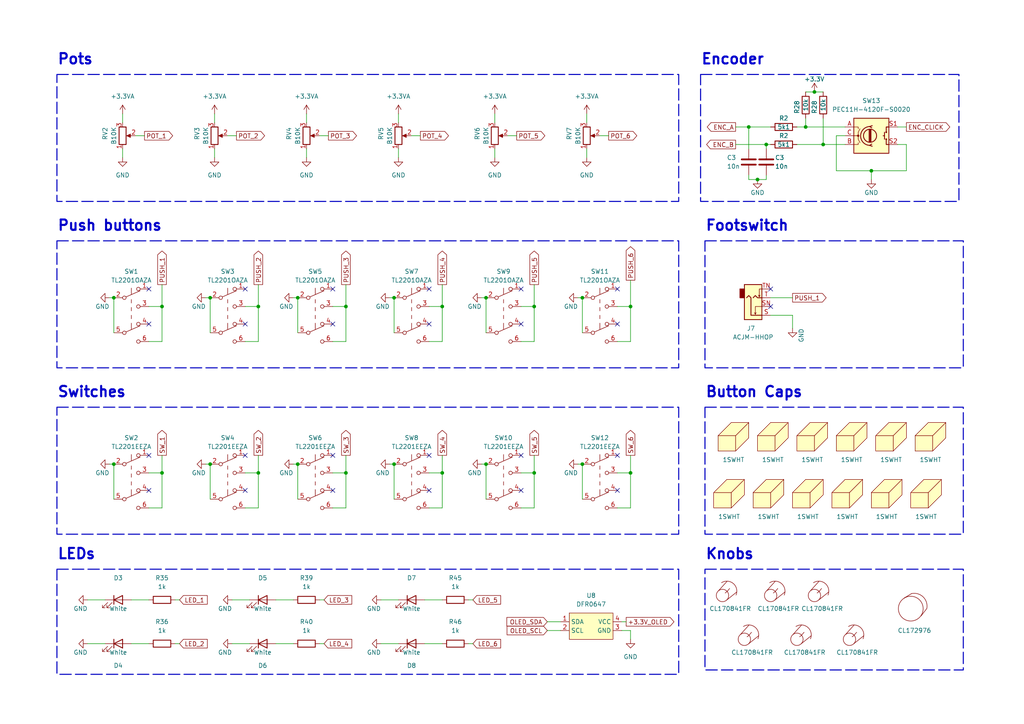
<source format=kicad_sch>
(kicad_sch (version 20230121) (generator eeschema)
  (paper "A4")
  (lib_symbols
    (symbol "DaisyBoard:1SWHT" (pin_numbers hide) (pin_names (offset 0) hide) (on_board no)
      (property "Value" "1SWHT" (at 3.81 -1.905 0))
    )
    (symbol "DaisyBoard:ACJM-HHOP"
      (property "Reference" "J" (at 0 11.43 0))
      (property "Value" "ACJM-HHOP" (at 0 8.89 0))
      (symbol "ACJM-HHOP_1_1"
        (pin passive line (at 5.08 5.08 180) (length 2.54) (name "~") (number "S"))
        (pin passive line (at 5.08 2.54 180) (length 2.54) (name "~") (number "SN"))
        (pin passive line (at 5.08 0 180) (length 2.54) (name "~") (number "T"))
        (pin passive line (at 5.08 -2.54 180) (length 2.54) (name "~") (number "TN"))
      )
    )
    (symbol "DaisyBoard:CC0603KRX7R8BB103" (pin_numbers hide) (pin_names (offset 0.254))
      (property "Reference" "C" (at 0.635 2.54 0))
      (property "Value" "10n" (at 0.635 -2.54 0))
      (symbol "CC0603KRX7R8BB103_1_1"
        (pin passive line (at 0 3.81 270) (length 2.794) (name "~") (number "1"))
        (pin passive line (at 0 -3.81 90) (length 2.794) (name "~") (number "2"))
      )
    )
    (symbol "DaisyBoard:CL170841FR" (pin_numbers hide) (pin_names (offset 0) hide) (on_board no)
      (property "Value" "CL170841FR" (at -5.08 -7.62 0))
    )
    (symbol "DaisyBoard:CL172976" (pin_numbers hide) (pin_names (offset 0) hide) (on_board no)
      (property "Value" "CL172976" (at -5.08 -7.62 0))
    )
    (symbol "DaisyBoard:DFR0647"
      (property "Reference" "U" (at 0 5.08 0))
      (property "Value" "DFR0647" (at 0 0 0))
      (symbol "DFR0647_0_0"
        (pin bidirectional line (at -8.89 1.27 0) (length 2.54) (name "SDA") (number "1"))
        (pin input line (at -8.89 -1.27 0) (length 2.54) (name "SCL") (number "2"))
        (pin power_in line (at 8.89 -1.27 180) (length 2.54) (name "GND") (number "3"))
        (pin power_in line (at 8.89 1.27 180) (length 2.54) (name "VCC") (number "4"))
      )
    )
    (symbol "DaisyBoard:PEC11H-4120F-S0020" (pin_names (offset 0.254) hide)
      (property "Reference" "SW" (at 0 6.604 0))
      (property "Value" "PEC11H-4120F-S0020" (at 0 -6.604 0))
      (symbol "PEC11H-4120F-S0020_1_1"
        (pin passive line (at -7.62 2.54 0) (length 2.54) (name "A") (number "A"))
        (pin passive line (at -7.62 -2.54 0) (length 2.54) (name "B") (number "B"))
        (pin passive line (at -7.62 0 0) (length 2.54) (name "C") (number "C"))
        (pin passive line (at 7.62 2.54 180) (length 2.54) (name "S1") (number "S1"))
        (pin passive line (at 7.62 -2.54 180) (length 2.54) (name "S2") (number "S2"))
      )
    )
    (symbol "DaisyBoard:PTV09A-4025F-B103" (pin_names (offset 1.016) hide)
      (property "Reference" "RV" (at -4.445 0 90))
      (property "Value" "B10K" (at -2.54 0 90))
      (symbol "PTV09A-4025F-B103_1_1"
        (pin passive line (at 0 3.81 270) (length 1.27) (name "1") (number "1"))
        (pin passive line (at 3.81 0 180) (length 1.27) (name "2") (number "2"))
        (pin passive line (at 0 -3.81 90) (length 1.27) (name "3") (number "3"))
      )
    )
    (symbol "DaisyBoard:QBL7IW60D-NW" (pin_numbers hide) (pin_names (offset 1.016) hide)
      (property "Reference" "D" (at 0 2.54 0))
      (property "Value" "White" (at 0 -2.54 0))
      (symbol "QBL7IW60D-NW_1_1"
        (pin passive line (at -3.81 0 0) (length 2.54) (name "K") (number "1"))
        (pin passive line (at 3.81 0 180) (length 2.54) (name "A") (number "2"))
      )
    )
    (symbol "DaisyBoard:RC0603FR-0710KL" (pin_numbers hide) (pin_names (offset 0))
      (property "Reference" "R" (at 2.032 0 90))
      (property "Value" "10k" (at 0 0 90))
      (symbol "RC0603FR-0710KL_1_1"
        (pin passive line (at 0 3.81 270) (length 1.27) (name "~") (number "1"))
        (pin passive line (at 0 -3.81 90) (length 1.27) (name "~") (number "2"))
      )
    )
    (symbol "DaisyBoard:RC0603FR-071KL" (pin_numbers hide) (pin_names (offset 0))
      (property "Reference" "R" (at 2.032 0 90))
      (property "Value" "1k" (at 0 0 90))
      (symbol "RC0603FR-071KL_1_1"
        (pin passive line (at 0 3.81 270) (length 1.27) (name "~") (number "1"))
        (pin passive line (at 0 -3.81 90) (length 1.27) (name "~") (number "2"))
      )
    )
    (symbol "DaisyBoard:RC0603FR-075K1L" (pin_numbers hide) (pin_names (offset 0))
      (property "Reference" "R" (at 2.032 0 90))
      (property "Value" "5k1" (at 0 0 90))
      (symbol "RC0603FR-075K1L_1_1"
        (pin passive line (at 0 3.81 270) (length 1.27) (name "~") (number "1"))
        (pin passive line (at 0 -3.81 90) (length 1.27) (name "~") (number "2"))
      )
    )
    (symbol "DaisyBoard:TL2201EEZA" (pin_names (offset 0) hide)
      (property "Reference" "SW" (at 0 8.89 0))
      (property "Value" "TL2201EEZA" (at 0 -10.16 0))
      (symbol "TL2201EEZA_1_1"
        (pin passive line (at 5.08 7.62 180) (length 2.54) (name "A") (number "1"))
        (pin passive line (at -5.08 5.08 0) (length 2.54) (name "B") (number "2"))
        (pin passive line (at 5.08 2.54 180) (length 2.54) (name "C") (number "3"))
        (pin passive line (at 5.08 -2.54 180) (length 2.54) (name "A") (number "4"))
        (pin passive line (at -5.08 -5.08 0) (length 2.54) (name "B") (number "5"))
        (pin passive line (at 5.08 -7.62 180) (length 2.54) (name "C") (number "6"))
      )
    )
    (symbol "DaisyBoard:TL2201OAZA" (pin_names (offset 0) hide)
      (property "Reference" "SW" (at 0 8.89 0))
      (property "Value" "TL2201OAZA" (at 0 -10.16 0))
      (symbol "TL2201OAZA_1_1"
        (pin passive line (at 5.08 7.62 180) (length 2.54) (name "A") (number "1"))
        (pin passive line (at -5.08 5.08 0) (length 2.54) (name "B") (number "2"))
        (pin passive line (at 5.08 2.54 180) (length 2.54) (name "C") (number "3"))
        (pin passive line (at 5.08 -2.54 180) (length 2.54) (name "A") (number "4"))
        (pin passive line (at -5.08 -5.08 0) (length 2.54) (name "B") (number "5"))
        (pin passive line (at 5.08 -7.62 180) (length 2.54) (name "C") (number "6"))
      )
    )
    (symbol "power:+3.3V" (power) (pin_names (offset 0))
      (property "Value" "+3.3V" (at 0 3.556 0))
      (symbol "+3.3V_1_1"
        (pin power_in line (at 0 0 90) (length 0) hide (name "+3.3V") (number "1"))
      )
    )
    (symbol "power:+3.3VA" (power) (pin_names (offset 0))
      (property "Value" "+3.3VA" (at 0 3.556 0))
      (symbol "+3.3VA_1_1"
        (pin power_in line (at 0 0 90) (length 0) hide (name "+3.3VA") (number "1"))
      )
    )
    (symbol "power:GND" (power) (pin_names (offset 0))
      (property "Value" "GND" (at 0 -3.81 0))
      (symbol "GND_1_1"
        (pin power_in line (at 0 0 270) (length 0) hide (name "GND") (number "1"))
      )
    )
  )
  (junction (at 86.36 134.62))
  (junction (at 236.22 26.67))
  (junction (at 217.17 36.83))
  (junction (at 74.93 88.9))
  (junction (at 60.96 134.62))
  (junction (at 252.73 49.53))
  (junction (at 168.91 134.62))
  (junction (at 222.25 41.91))
  (junction (at 114.3 134.62))
  (junction (at 168.91 86.36))
  (junction (at 46.99 88.9))
  (junction (at 74.93 137.16))
  (junction (at 154.94 88.9))
  (junction (at 46.99 137.16))
  (junction (at 233.68 36.83))
  (junction (at 140.97 86.36))
  (junction (at 219.71 52.07))
  (junction (at 128.27 137.16))
  (junction (at 100.33 88.9))
  (junction (at 33.02 86.36))
  (junction (at 114.3 86.36))
  (junction (at 128.27 88.9))
  (junction (at 100.33 137.16))
  (junction (at 86.36 86.36))
  (junction (at 60.96 86.36))
  (junction (at 154.94 137.16))
  (junction (at 182.88 88.9))
  (junction (at 182.88 137.16))
  (junction (at 238.76 41.91))
  (junction (at 140.97 134.62))
  (junction (at 33.02 134.62))
  (no_connect (at 43.18 132.08))
  (no_connect (at 96.52 93.98))
  (no_connect (at 151.13 83.82))
  (no_connect (at 179.07 132.08))
  (no_connect (at 124.46 142.24))
  (no_connect (at 151.13 132.08))
  (no_connect (at 223.52 88.9))
  (no_connect (at 96.52 83.82))
  (no_connect (at 124.46 93.98))
  (no_connect (at 71.12 83.82))
  (no_connect (at 96.52 132.08))
  (no_connect (at 43.18 142.24))
  (no_connect (at 223.52 83.82))
  (no_connect (at 96.52 142.24))
  (no_connect (at 71.12 132.08))
  (no_connect (at 124.46 83.82))
  (no_connect (at 124.46 132.08))
  (no_connect (at 151.13 142.24))
  (no_connect (at 71.12 142.24))
  (no_connect (at 43.18 93.98))
  (no_connect (at 179.07 93.98))
  (no_connect (at 151.13 93.98))
  (no_connect (at 179.07 83.82))
  (no_connect (at 179.07 142.24))
  (no_connect (at 43.18 83.82))
  (no_connect (at 71.12 93.98))
  (wire (pts (xy 223.52 86.36) (xy 229.87 86.36)))
  (wire (pts (xy 213.36 36.83) (xy 217.17 36.83)))
  (wire (pts (xy 154.94 82.55) (xy 154.94 88.9)))
  (wire (pts (xy 180.34 182.88) (xy 182.88 182.88)))
  (wire (pts (xy 25.4 186.69) (xy 30.48 186.69)))
  (wire (pts (xy 154.94 137.16) (xy 154.94 147.32)))
  (wire (pts (xy 182.88 132.08) (xy 182.88 137.16)))
  (wire (pts (xy 124.46 137.16) (xy 128.27 137.16)))
  (wire (pts (xy 233.68 34.29) (xy 233.68 36.83)))
  (wire (pts (xy 92.71 173.99) (xy 93.98 173.99)))
  (wire (pts (xy 74.93 82.55) (xy 74.93 88.9)))
  (wire (pts (xy 219.71 52.07) (xy 222.25 52.07)))
  (wire (pts (xy 50.8 186.69) (xy 52.07 186.69)))
  (wire (pts (xy 43.18 147.32) (xy 46.99 147.32)))
  (wire (pts (xy 128.27 88.9) (xy 128.27 99.06)))
  (wire (pts (xy 135.89 173.99) (xy 137.16 173.99)))
  (wire (pts (xy 80.01 173.99) (xy 85.09 173.99)))
  (wire (pts (xy 100.33 132.08) (xy 100.33 137.16)))
  (wire (pts (xy 154.94 88.9) (xy 154.94 99.06)))
  (wire (pts (xy 260.35 41.91) (xy 262.89 41.91)))
  (wire (pts (xy 46.99 82.55) (xy 46.99 88.9)))
  (wire (pts (xy 74.93 137.16) (xy 74.93 147.32)))
  (wire (pts (xy 67.31 173.99) (xy 72.39 173.99)))
  (wire (pts (xy 147.32 39.37) (xy 149.86 39.37)))
  (wire (pts (xy 80.01 186.69) (xy 85.09 186.69)))
  (wire (pts (xy 217.17 52.07) (xy 219.71 52.07)))
  (wire (pts (xy 128.27 132.08) (xy 128.27 137.16)))
  (wire (pts (xy 179.07 88.9) (xy 182.88 88.9)))
  (wire (pts (xy 115.57 33.02) (xy 115.57 35.56)))
  (wire (pts (xy 128.27 137.16) (xy 128.27 147.32)))
  (wire (pts (xy 71.12 88.9) (xy 74.93 88.9)))
  (wire (pts (xy 43.18 137.16) (xy 46.99 137.16)))
  (wire (pts (xy 223.52 91.44) (xy 229.87 91.44)))
  (wire (pts (xy 135.89 186.69) (xy 137.16 186.69)))
  (wire (pts (xy 229.87 91.44) (xy 229.87 95.25)))
  (wire (pts (xy 33.02 134.62) (xy 33.02 144.78)))
  (wire (pts (xy 213.36 41.91) (xy 222.25 41.91)))
  (wire (pts (xy 67.31 186.69) (xy 72.39 186.69)))
  (wire (pts (xy 143.51 33.02) (xy 143.51 35.56)))
  (wire (pts (xy 217.17 52.07) (xy 217.17 50.8)))
  (wire (pts (xy 180.34 180.34) (xy 181.61 180.34)))
  (wire (pts (xy 242.57 39.37) (xy 242.57 49.53)))
  (wire (pts (xy 113.03 134.62) (xy 114.3 134.62)))
  (wire (pts (xy 182.88 182.88) (xy 182.88 185.42)))
  (wire (pts (xy 100.33 99.06) (xy 100.33 88.9)))
  (wire (pts (xy 170.18 43.18) (xy 170.18 45.72)))
  (wire (pts (xy 43.18 88.9) (xy 46.99 88.9)))
  (wire (pts (xy 46.99 137.16) (xy 46.99 147.32)))
  (wire (pts (xy 242.57 49.53) (xy 252.73 49.53)))
  (wire (pts (xy 182.88 81.28) (xy 182.88 88.9)))
  (wire (pts (xy 154.94 132.08) (xy 154.94 137.16)))
  (wire (pts (xy 182.88 88.9) (xy 182.88 99.06)))
  (wire (pts (xy 88.9 43.18) (xy 88.9 45.72)))
  (wire (pts (xy 179.07 147.32) (xy 182.88 147.32)))
  (wire (pts (xy 60.96 134.62) (xy 60.96 144.78)))
  (wire (pts (xy 71.12 137.16) (xy 74.93 137.16)))
  (wire (pts (xy 124.46 99.06) (xy 128.27 99.06)))
  (wire (pts (xy 179.07 99.06) (xy 182.88 99.06)))
  (wire (pts (xy 222.25 41.91) (xy 223.52 41.91)))
  (wire (pts (xy 151.13 147.32) (xy 154.94 147.32)))
  (wire (pts (xy 217.17 36.83) (xy 223.52 36.83)))
  (wire (pts (xy 66.04 39.37) (xy 68.58 39.37)))
  (wire (pts (xy 139.7 134.62) (xy 140.97 134.62)))
  (wire (pts (xy 245.11 39.37) (xy 242.57 39.37)))
  (wire (pts (xy 92.71 186.69) (xy 93.98 186.69)))
  (wire (pts (xy 35.56 33.02) (xy 35.56 35.56)))
  (wire (pts (xy 74.93 88.9) (xy 74.93 99.06)))
  (wire (pts (xy 115.57 43.18) (xy 115.57 45.72)))
  (wire (pts (xy 162.56 180.34) (xy 158.75 180.34)))
  (wire (pts (xy 238.76 41.91) (xy 245.11 41.91)))
  (wire (pts (xy 233.68 26.67) (xy 236.22 26.67)))
  (wire (pts (xy 262.89 49.53) (xy 252.73 49.53)))
  (wire (pts (xy 62.23 43.18) (xy 62.23 45.72)))
  (wire (pts (xy 86.36 134.62) (xy 86.36 144.78)))
  (wire (pts (xy 71.12 147.32) (xy 74.93 147.32)))
  (wire (pts (xy 46.99 88.9) (xy 46.99 99.06)))
  (wire (pts (xy 85.09 86.36) (xy 86.36 86.36)))
  (wire (pts (xy 124.46 147.32) (xy 128.27 147.32)))
  (wire (pts (xy 96.52 137.16) (xy 100.33 137.16)))
  (wire (pts (xy 217.17 36.83) (xy 217.17 43.18)))
  (wire (pts (xy 168.91 134.62) (xy 168.91 144.78)))
  (wire (pts (xy 71.12 99.06) (xy 74.93 99.06)))
  (wire (pts (xy 123.19 173.99) (xy 128.27 173.99)))
  (wire (pts (xy 140.97 86.36) (xy 140.97 96.52)))
  (wire (pts (xy 151.13 137.16) (xy 154.94 137.16)))
  (wire (pts (xy 25.4 173.99) (xy 30.48 173.99)))
  (wire (pts (xy 60.96 86.36) (xy 60.96 96.52)))
  (wire (pts (xy 38.1 186.69) (xy 43.18 186.69)))
  (wire (pts (xy 252.73 52.07) (xy 252.73 49.53)))
  (wire (pts (xy 88.9 33.02) (xy 88.9 35.56)))
  (wire (pts (xy 173.99 39.37) (xy 176.53 39.37)))
  (wire (pts (xy 167.64 134.62) (xy 168.91 134.62)))
  (wire (pts (xy 96.52 88.9) (xy 100.33 88.9)))
  (wire (pts (xy 231.14 41.91) (xy 238.76 41.91)))
  (wire (pts (xy 151.13 88.9) (xy 154.94 88.9)))
  (wire (pts (xy 151.13 99.06) (xy 154.94 99.06)))
  (wire (pts (xy 100.33 137.16) (xy 100.33 147.32)))
  (wire (pts (xy 31.75 134.62) (xy 33.02 134.62)))
  (wire (pts (xy 114.3 134.62) (xy 114.3 144.78)))
  (wire (pts (xy 231.14 36.83) (xy 233.68 36.83)))
  (wire (pts (xy 260.35 36.83) (xy 262.89 36.83)))
  (wire (pts (xy 96.52 99.06) (xy 100.33 99.06)))
  (wire (pts (xy 31.75 86.36) (xy 33.02 86.36)))
  (wire (pts (xy 238.76 34.29) (xy 238.76 41.91)))
  (wire (pts (xy 110.49 186.69) (xy 115.57 186.69)))
  (wire (pts (xy 233.68 36.83) (xy 245.11 36.83)))
  (wire (pts (xy 85.09 134.62) (xy 86.36 134.62)))
  (wire (pts (xy 50.8 173.99) (xy 52.07 173.99)))
  (wire (pts (xy 167.64 86.36) (xy 168.91 86.36)))
  (wire (pts (xy 113.03 86.36) (xy 114.3 86.36)))
  (wire (pts (xy 119.38 39.37) (xy 121.92 39.37)))
  (wire (pts (xy 114.3 86.36) (xy 114.3 96.52)))
  (wire (pts (xy 222.25 52.07) (xy 222.25 50.8)))
  (wire (pts (xy 123.19 186.69) (xy 128.27 186.69)))
  (wire (pts (xy 59.69 134.62) (xy 60.96 134.62)))
  (wire (pts (xy 92.71 39.37) (xy 95.25 39.37)))
  (wire (pts (xy 168.91 86.36) (xy 168.91 96.52)))
  (wire (pts (xy 162.56 182.88) (xy 158.75 182.88)))
  (wire (pts (xy 62.23 33.02) (xy 62.23 35.56)))
  (wire (pts (xy 74.93 132.08) (xy 74.93 137.16)))
  (wire (pts (xy 43.18 99.06) (xy 46.99 99.06)))
  (wire (pts (xy 128.27 82.55) (xy 128.27 88.9)))
  (wire (pts (xy 96.52 147.32) (xy 100.33 147.32)))
  (wire (pts (xy 59.69 86.36) (xy 60.96 86.36)))
  (wire (pts (xy 110.49 173.99) (xy 115.57 173.99)))
  (wire (pts (xy 33.02 86.36) (xy 33.02 96.52)))
  (wire (pts (xy 236.22 26.67) (xy 238.76 26.67)))
  (wire (pts (xy 170.18 33.02) (xy 170.18 35.56)))
  (wire (pts (xy 143.51 43.18) (xy 143.51 45.72)))
  (wire (pts (xy 100.33 82.55) (xy 100.33 88.9)))
  (wire (pts (xy 124.46 88.9) (xy 128.27 88.9)))
  (wire (pts (xy 46.99 132.08) (xy 46.99 137.16)))
  (wire (pts (xy 86.36 86.36) (xy 86.36 96.52)))
  (wire (pts (xy 139.7 86.36) (xy 140.97 86.36)))
  (wire (pts (xy 38.1 173.99) (xy 43.18 173.99)))
  (wire (pts (xy 182.88 137.16) (xy 182.88 147.32)))
  (wire (pts (xy 35.56 43.18) (xy 35.56 45.72)))
  (wire (pts (xy 140.97 134.62) (xy 140.97 144.78)))
  (wire (pts (xy 179.07 137.16) (xy 182.88 137.16)))
  (wire (pts (xy 39.37 39.37) (xy 41.91 39.37)))
  (wire (pts (xy 262.89 41.91) (xy 262.89 49.53)))
  (wire (pts (xy 222.25 41.91) (xy 222.25 43.18)))
  (rectangle (start 203.2 21.59) (end 278.13 58.42) (stroke (width 0.3) (type dash)))
  (rectangle (start 204.47 118.11) (end 279.4 154.94) (stroke (width 0.3) (type dash)))
  (rectangle (start 204.47 165.1) (end 279.4 194.31) (stroke (width 0.3) (type dash)))
  (rectangle (start 16.51 118.11) (end 196.85 154.94) (stroke (width 0.3) (type dash)))
  (rectangle (start 16.51 69.85) (end 196.85 106.68) (stroke (width 0.3) (type dash)))
  (rectangle (start 16.51 21.59) (end 196.85 58.42) (stroke (width 0.3) (type dash)))
  (rectangle (start 16.51 165.1) (end 196.85 195.58) (stroke (width 0.3) (type dash)))
  (rectangle (start 204.47 69.85) (end 279.4 106.68) (stroke (width 0.3) (type dash)))
  (text "Pots" (at 16.51 19.05 0) (effects (font (size 3 3) (thickness 0.6) bold) (justify left bottom)))
  (text "LEDs" (at 16.51 162.56 0) (effects (font (size 3 3) (thickness 0.6) bold) (justify left bottom)))
  (text "Push buttons" (at 16.51 67.31 0) (effects (font (size 3 3) (thickness 0.6) bold) (justify left bottom)))
  (text "Button Caps" (at 204.47 115.57 0) (effects (font (size 3 3) (thickness 0.6) bold) (justify left bottom)))
  (text "Knobs" (at 204.47 162.56 0) (effects (font (size 3 3) (thickness 0.6) bold) (justify left bottom)))
  (text "Switches" (at 16.51 115.57 0) (effects (font (size 3 3) (thickness 0.6) bold) (justify left bottom)))
  (text "Encoder" (at 203.2 19.05 0) (effects (font (size 3 3) (thickness 0.6) bold) (justify left bottom)))
  (text "Footswitch" (at 204.47 67.31 0) (effects (font (size 3 3) (thickness 0.6) bold) (justify left bottom)))
  (global_label "SW_4" (shape output) (at 128.27 132.08 90) (property "Intersheetrefs" "${INTERSHEET_REFS}" (effects hide)))
  (global_label "SW_3" (shape output) (at 100.33 132.08 90) (property "Intersheetrefs" "${INTERSHEET_REFS}" (effects hide)))
  (global_label "ENC_CLICK" (shape output) (at 262.89 36.83 0) (property "Intersheetrefs" "${INTERSHEET_REFS}" (effects hide)))
  (global_label "LED_3" (shape input) (at 93.98 173.99 0) (property "Intersheetrefs" "${INTERSHEET_REFS}" (effects hide)))
  (global_label "SW_1" (shape output) (at 46.99 132.08 90) (property "Intersheetrefs" "${INTERSHEET_REFS}" (effects hide)))
  (global_label "ENC_A" (shape output) (at 213.36 36.83 180) (property "Intersheetrefs" "${INTERSHEET_REFS}" (effects hide)))
  (global_label "PUSH_4" (shape output) (at 128.27 82.55 90) (property "Intersheetrefs" "${INTERSHEET_REFS}" (effects hide)))
  (global_label "POT_6" (shape output) (at 176.53 39.37 0) (property "Intersheetrefs" "${INTERSHEET_REFS}" (effects hide)))
  (global_label "SW_6" (shape output) (at 182.88 132.08 90) (property "Intersheetrefs" "${INTERSHEET_REFS}" (effects hide)))
  (global_label "OLED_SCL" (shape input) (at 158.75 182.88 180) (property "Intersheetrefs" "${INTERSHEET_REFS}" (effects hide)))
  (global_label "POT_4" (shape output) (at 121.92 39.37 0) (property "Intersheetrefs" "${INTERSHEET_REFS}" (effects hide)))
  (global_label "POT_2" (shape output) (at 68.58 39.37 0) (property "Intersheetrefs" "${INTERSHEET_REFS}" (effects hide)))
  (global_label "PUSH_3" (shape output) (at 100.33 82.55 90) (property "Intersheetrefs" "${INTERSHEET_REFS}" (effects hide)))
  (global_label "+3.3V_OLED" (shape output) (at 181.61 180.34 0) (property "Intersheetrefs" "${INTERSHEET_REFS}" (effects hide)))
  (global_label "LED_2" (shape input) (at 52.07 186.69 0) (property "Intersheetrefs" "${INTERSHEET_REFS}" (effects hide)))
  (global_label "PUSH_1" (shape output) (at 229.87 86.36 0) (property "Intersheetrefs" "${INTERSHEET_REFS}" (effects hide)))
  (global_label "ENC_B" (shape output) (at 213.36 41.91 180) (property "Intersheetrefs" "${INTERSHEET_REFS}" (effects hide)))
  (global_label "PUSH_1" (shape output) (at 46.99 82.55 90) (property "Intersheetrefs" "${INTERSHEET_REFS}" (effects hide)))
  (global_label "POT_3" (shape output) (at 95.25 39.37 0) (property "Intersheetrefs" "${INTERSHEET_REFS}" (effects hide)))
  (global_label "LED_5" (shape input) (at 137.16 173.99 0) (property "Intersheetrefs" "${INTERSHEET_REFS}" (effects hide)))
  (global_label "PUSH_5" (shape output) (at 154.94 82.55 90) (property "Intersheetrefs" "${INTERSHEET_REFS}" (effects hide)))
  (global_label "LED_6" (shape input) (at 137.16 186.69 0) (property "Intersheetrefs" "${INTERSHEET_REFS}" (effects hide)))
  (global_label "POT_1" (shape output) (at 41.91 39.37 0) (property "Intersheetrefs" "${INTERSHEET_REFS}" (effects hide)))
  (global_label "LED_4" (shape input) (at 93.98 186.69 0) (property "Intersheetrefs" "${INTERSHEET_REFS}" (effects hide)))
  (global_label "PUSH_2" (shape output) (at 74.93 82.55 90) (property "Intersheetrefs" "${INTERSHEET_REFS}" (effects hide)))
  (global_label "POT_5" (shape output) (at 149.86 39.37 0) (property "Intersheetrefs" "${INTERSHEET_REFS}" (effects hide)))
  (global_label "OLED_SDA" (shape input) (at 158.75 180.34 180) (property "Intersheetrefs" "${INTERSHEET_REFS}" (effects hide)))
  (global_label "SW_2" (shape output) (at 74.93 132.08 90) (property "Intersheetrefs" "${INTERSHEET_REFS}" (effects hide)))
  (global_label "SW_5" (shape output) (at 154.94 132.08 90) (property "Intersheetrefs" "${INTERSHEET_REFS}" (effects hide)))
  (global_label "LED_1" (shape input) (at 52.07 173.99 0) (property "Intersheetrefs" "${INTERSHEET_REFS}" (effects hide)))
  (global_label "PUSH_6" (shape output) (at 182.88 81.28 90) (property "Intersheetrefs" "${INTERSHEET_REFS}" (effects hide)))
  (symbol (lib_id "DaisyBoard:CL170841FR") (at 246.38 185.42 0) (unit 1) (on_board no)
    (property "Reference" "KN5" (effects hide))
    (property "Value" "CL170841FR" (at 242.57 189.23 0) (effects (justify left)))
    (property "Datasheet" "https://www.tme.eu/Document/cc3096525a2079266cd6e52825b2cec2/K87MBR-knos_eng.pdf" (effects hide))
    (property "DNP" "4654-CL170841FR-ND" (effects hide))
    (property "MPN" "CL170841FR" (effects hide))
  )
  (symbol (lib_id "DaisyBoard:QBL7IW60D-NW") (at 76.2 173.99 0) (unit 1)
    (property "Reference" "D5" (at 76.2 167.64 0))
    (property "Value" "White" (at 76.2 176.53 0))
    (property "Footprint" "DaisyBoard:QBL7IW60D-NW" (effects hide))
    (property "Datasheet" "https://www.qt-brightek.com/datasheet/QBL7IW60D-XX.pdf" (effects hide))
    (property "DNP" "1516-QBL7IW60D-NW-ND" (effects hide))
    (property "MPN" "QBL7IW60D-NW" (effects hide))
  )
  (symbol (lib_id "DaisyBoard:1SWHT") (at 214.63 142.24 0) (unit 1) (on_board no)
    (property "Reference" "BC1" (effects hide))
    (property "Value" "1SWHT" (at 208.28 149.86 0) (effects (justify left)))
    (property "DNP" "EG4365-ND" (effects hide))
    (property "MPN" "1SWHT" (effects hide))
  )
  (symbol (lib_id "DaisyBoard:1SWHT") (at 215.9 125.73 0) (unit 1) (on_board no)
    (property "Reference" "BC2" (effects hide))
    (property "Value" "1SWHT" (at 209.55 133.35 0) (effects (justify left)))
    (property "DNP" "EG4365-ND" (effects hide))
    (property "MPN" "1SWHT" (effects hide))
  )
  (symbol (lib_id "power:+3.3VA") (at 35.56 33.02 0) (unit 1)
    (property "Reference" "#PWR053" (effects hide))
    (property "Value" "+3.3VA" (at 35.56 27.94 0))
  )
  (symbol (lib_id "DaisyBoard:TL2201OAZA") (at 119.38 91.44 0) (unit 1)
    (property "Reference" "SW7" (at 119.38 78.74 0))
    (property "Value" "TL2201OAZA" (at 119.38 81.28 0))
    (property "Footprint" "DaisyBoard:SW_TL2201EEZA" (effects hide))
    (property "Datasheet" "https://sten-eswitch-13110800-production.s3.amazonaws.com/system/asset/product_line/data_sheet/61/TL2201.pdf" (effects hide))
    (property "DNP" "EG6029-ND" (effects hide))
    (property "MPN" "TL2201OAZA" (effects hide))
  )
  (symbol (lib_id "DaisyBoard:QBL7IW60D-NW") (at 76.2 186.69 0) (unit 1)
    (property "Reference" "D6" (at 76.2 193.04 0))
    (property "Value" "White" (at 76.2 189.23 0))
    (property "Footprint" "DaisyBoard:QBL7IW60D-NW" (effects hide))
    (property "Datasheet" "https://www.qt-brightek.com/datasheet/QBL7IW60D-XX.pdf" (effects hide))
    (property "DNP" "1516-QBL7IW60D-NW-ND" (effects hide))
    (property "MPN" "QBL7IW60D-NW" (effects hide))
  )
  (symbol (lib_id "power:GND") (at 25.4 186.69 270) (unit 1)
    (property "Reference" "#PWR050" (effects hide))
    (property "Value" "GND" (at 25.4 189.23 90) (effects (justify right)))
  )
  (symbol (lib_id "power:GND") (at 25.4 173.99 270) (unit 1)
    (property "Reference" "#PWR049" (effects hide))
    (property "Value" "GND" (at 25.4 176.53 90) (effects (justify right)))
  )
  (symbol (lib_id "power:+3.3VA") (at 88.9 33.02 0) (unit 1)
    (property "Reference" "#PWR067" (effects hide))
    (property "Value" "+3.3VA" (at 88.9 27.94 0))
  )
  (symbol (lib_id "DaisyBoard:QBL7IW60D-NW") (at 119.38 186.69 0) (unit 1)
    (property "Reference" "D8" (at 119.38 193.04 0))
    (property "Value" "White" (at 119.38 189.23 0))
    (property "Footprint" "DaisyBoard:QBL7IW60D-NW" (effects hide))
    (property "Datasheet" "https://www.qt-brightek.com/datasheet/QBL7IW60D-XX.pdf" (effects hide))
    (property "DNP" "1516-QBL7IW60D-NW-ND" (effects hide))
    (property "MPN" "QBL7IW60D-NW" (effects hide))
  )
  (symbol (lib_id "DaisyBoard:CL170841FR") (at 209.55 172.72 0) (unit 1) (on_board no)
    (property "Reference" "KN1" (effects hide))
    (property "Value" "CL170841FR" (at 205.74 176.53 0) (effects (justify left)))
    (property "Datasheet" "https://www.tme.eu/Document/cc3096525a2079266cd6e52825b2cec2/K87MBR-knos_eng.pdf" (effects hide))
    (property "DNP" "4654-CL170841FR-ND" (effects hide))
    (property "MPN" "CL170841FR" (effects hide))
  )
  (symbol (lib_id "power:GND") (at 85.09 134.62 270) (unit 1)
    (property "Reference" "#PWR066" (effects hide))
    (property "Value" "GND" (at 85.09 137.16 90) (effects (justify right)))
  )
  (symbol (lib_id "DaisyBoard:PEC11H-4120F-S0020") (at 252.73 39.37 0) (unit 1)
    (property "Reference" "SW13" (at 252.73 29.21 0))
    (property "Value" "PEC11H-4120F-S0020" (at 252.73 31.75 0))
    (property "Footprint" "DaisyBoard:PEC11H-4120F-S0020" (effects hide))
    (property "Datasheet" "https://www.bourns.com/docs/product-datasheets/pec11h.pdf" (effects hide))
    (property "DNP" "PEC11H-4120F-S0020-ND" (effects hide))
    (property "MPN" "PEC11H-4120F-S0020" (effects hide))
  )
  (symbol (lib_id "DaisyBoard:TL2201OAZA") (at 146.05 91.44 0) (unit 1)
    (property "Reference" "SW9" (at 146.05 78.74 0))
    (property "Value" "TL2201OAZA" (at 146.05 81.28 0))
    (property "Footprint" "DaisyBoard:SW_TL2201EEZA" (effects hide))
    (property "Datasheet" "https://sten-eswitch-13110800-production.s3.amazonaws.com/system/asset/product_line/data_sheet/61/TL2201.pdf" (effects hide))
    (property "DNP" "EG6029-ND" (effects hide))
    (property "MPN" "TL2201OAZA" (effects hide))
  )
  (symbol (lib_id "DaisyBoard:RC0603FR-075K1L") (at 227.33 41.91 270) (unit 1)
    (property "Reference" "R2" (at 227.33 39.37 90))
    (property "Value" "5k1" (at 227.33 41.91 90))
    (property "Footprint" "Resistor_SMD:R_0603_1608Metric" (effects hide))
    (property "DNP" "311-5.10KHRCT-ND" (effects hide))
    (property "MPN" "RC0603FR-075K1L" (effects hide))
    (instances (project "DaisyBoard" (path "" (reference "R2") (unit 1)) (path "" (reference "R34") (unit 1))))
  )
  (symbol (lib_id "power:GND") (at 67.31 173.99 270) (unit 1)
    (property "Reference" "#PWR061" (effects hide))
    (property "Value" "GND" (at 67.31 176.53 90) (effects (justify right)))
  )
  (symbol (lib_id "power:GND") (at 85.09 86.36 270) (unit 1)
    (property "Reference" "#PWR065" (effects hide))
    (property "Value" "GND" (at 85.09 88.9 90) (effects (justify right)))
  )
  (symbol (lib_id "DaisyBoard:TL2201EEZA") (at 146.05 139.7 0) (unit 1)
    (property "Reference" "SW10" (at 146.05 127 0))
    (property "Value" "TL2201EEZA" (at 146.05 129.54 0))
    (property "Footprint" "DaisyBoard:SW_TL2201EEZA" (effects hide))
    (property "DNP" "EG6027-ND" (effects hide))
    (property "MPN" "TL2201EEZA" (effects hide))
  )
  (symbol (lib_id "power:GND") (at 229.87 95.25 0) (unit 1)
    (property "Reference" "#PWR094" (effects hide))
    (property "Value" "GND" (at 232.41 95.25 90) (effects (justify right)))
  )
  (symbol (lib_id "DaisyBoard:1SWHT") (at 271.78 142.24 0) (unit 1) (on_board no)
    (property "Reference" "BC11" (effects hide))
    (property "Value" "1SWHT" (at 265.43 149.86 0) (effects (justify left)))
    (property "DNP" "EG4365-ND" (effects hide))
    (property "MPN" "1SWHT" (effects hide))
  )
  (symbol (lib_id "DaisyBoard:PTV09A-4025F-B103") (at 170.18 39.37 0) (mirror x) (unit 1)
    (property "Reference" "RV7" (at 165.1 40.64 90) (effects (justify right)))
    (property "Value" "B10K" (at 167.64 39.37 90))
    (property "Footprint" "DaisyBoard:PTV09A-4025F-B103" (effects hide))
    (property "Datasheet" "https://www.bourns.com/docs/Product-Datasheets/PTV09.pdf" (effects hide))
    (property "DNP" "PTV09A-4025F-B103-ND" (effects hide))
    (property "MPN" "PTV09A-4025F-B103" (effects hide))
  )
  (symbol (lib_id "DaisyBoard:QBL7IW60D-NW") (at 34.29 186.69 0) (unit 1)
    (property "Reference" "D4" (at 34.29 193.04 0))
    (property "Value" "White" (at 34.29 189.23 0))
    (property "Footprint" "DaisyBoard:QBL7IW60D-NW" (effects hide))
    (property "Datasheet" "https://www.qt-brightek.com/datasheet/QBL7IW60D-XX.pdf" (effects hide))
    (property "DNP" "1516-QBL7IW60D-NW-ND" (effects hide))
    (property "MPN" "QBL7IW60D-NW" (effects hide))
  )
  (symbol (lib_id "DaisyBoard:PTV09A-4025F-B103") (at 35.56 39.37 0) (mirror x) (unit 1)
    (property "Reference" "RV2" (at 30.48 40.64 90) (effects (justify right)))
    (property "Value" "B10K" (at 33.02 39.37 90))
    (property "Footprint" "DaisyBoard:PTV09A-4025F-B103" (effects hide))
    (property "Datasheet" "https://www.bourns.com/docs/Product-Datasheets/PTV09.pdf" (effects hide))
    (property "DNP" "PTV09A-4025F-B103-ND" (effects hide))
    (property "MPN" "PTV09A-4025F-B103" (effects hide))
  )
  (symbol (lib_id "DaisyBoard:PTV09A-4025F-B103") (at 143.51 39.37 0) (mirror x) (unit 1)
    (property "Reference" "RV6" (at 138.43 40.64 90) (effects (justify right)))
    (property "Value" "B10K" (at 140.97 39.37 90))
    (property "Footprint" "DaisyBoard:PTV09A-4025F-B103" (effects hide))
    (property "Datasheet" "https://www.bourns.com/docs/Product-Datasheets/PTV09.pdf" (effects hide))
    (property "DNP" "PTV09A-4025F-B103-ND" (effects hide))
    (property "MPN" "PTV09A-4025F-B103" (effects hide))
  )
  (symbol (lib_id "power:GND") (at 59.69 86.36 270) (unit 1)
    (property "Reference" "#PWR057" (effects hide))
    (property "Value" "GND" (at 59.69 88.9 90) (effects (justify right)))
  )
  (symbol (lib_id "power:GND") (at 139.7 86.36 270) (unit 1)
    (property "Reference" "#PWR079" (effects hide))
    (property "Value" "GND" (at 139.7 88.9 90) (effects (justify right)))
  )
  (symbol (lib_id "power:GND") (at 115.57 45.72 0) (unit 1)
    (property "Reference" "#PWR076" (effects hide))
    (property "Value" "GND" (at 115.57 50.8 0))
  )
  (symbol (lib_id "power:GND") (at 113.03 86.36 270) (unit 1)
    (property "Reference" "#PWR073" (effects hide))
    (property "Value" "GND" (at 113.03 88.9 90) (effects (justify right)))
  )
  (symbol (lib_id "power:GND") (at 35.56 45.72 0) (unit 1)
    (property "Reference" "#PWR054" (effects hide))
    (property "Value" "GND" (at 35.56 50.8 0))
  )
  (symbol (lib_id "DaisyBoard:RC0603FR-075K1L") (at 227.33 36.83 270) (unit 1)
    (property "Reference" "R2" (at 227.33 34.29 90))
    (property "Value" "5k1" (at 227.33 36.83 90))
    (property "Footprint" "Resistor_SMD:R_0603_1608Metric" (effects hide))
    (property "DNP" "311-5.10KHRCT-ND" (effects hide))
    (property "MPN" "RC0603FR-075K1L" (effects hide))
    (instances (project "DaisyBoard" (path "" (reference "R2") (unit 1)) (path "" (reference "R33") (unit 1))))
  )
  (symbol (lib_id "power:GND") (at 170.18 45.72 0) (unit 1)
    (property "Reference" "#PWR089" (effects hide))
    (property "Value" "GND" (at 170.18 50.8 0))
  )
  (symbol (lib_id "DaisyBoard:TL2201EEZA") (at 66.04 139.7 0) (unit 1)
    (property "Reference" "SW4" (at 66.04 127 0))
    (property "Value" "TL2201EEZA" (at 66.04 129.54 0))
    (property "Footprint" "DaisyBoard:SW_TL2201EEZA" (effects hide))
    (property "DNP" "EG6027-ND" (effects hide))
    (property "MPN" "TL2201EEZA" (effects hide))
  )
  (symbol (lib_id "DaisyBoard:RC0603FR-071KL") (at 88.9 173.99 90) (unit 1)
    (property "Reference" "R39" (at 88.9 167.64 90))
    (property "Value" "1k" (at 88.9 170.18 90))
    (property "Footprint" "Resistor_SMD:R_0603_1608Metric" (effects hide))
    (property "DNP" "311-1.00KHRCT-ND" (effects hide))
    (property "MPN" "RC0603FR-071KL" (effects hide))
  )
  (symbol (lib_id "DaisyBoard:RC0603FR-0710KL") (at 233.68 30.48 0) (unit 1)
    (property "Reference" "R28" (at 231.14 33.02 90) (effects (justify left)))
    (property "Value" "10k" (at 233.68 30.48 90))
    (property "Footprint" "Resistor_SMD:R_0603_1608Metric" (effects hide))
    (property "DNP" "311-10.0KHRCT-ND" (effects hide))
    (property "MPN" "RC0603FR-0710KL" (effects hide))
    (instances (project "DaisyBoard" (path "" (reference "R28") (unit 1)) (path "" (reference "R37") (unit 1))))
  )
  (symbol (lib_id "power:GND") (at 167.64 134.62 270) (unit 1)
    (property "Reference" "#PWR087" (effects hide))
    (property "Value" "GND" (at 167.64 137.16 90) (effects (justify right)))
  )
  (symbol (lib_id "DaisyBoard:RC0603FR-071KL") (at 88.9 186.69 90) (unit 1)
    (property "Reference" "R40" (at 88.9 180.34 90))
    (property "Value" "1k" (at 88.9 182.88 90))
    (property "Footprint" "Resistor_SMD:R_0603_1608Metric" (effects hide))
    (property "DNP" "311-1.00KHRCT-ND" (effects hide))
    (property "MPN" "RC0603FR-071KL" (effects hide))
  )
  (symbol (lib_id "DaisyBoard:TL2201EEZA") (at 38.1 139.7 0) (unit 1)
    (property "Reference" "SW2" (at 38.1 127 0))
    (property "Value" "TL2201EEZA" (at 38.1 129.54 0))
    (property "Footprint" "DaisyBoard:SW_TL2201EEZA" (effects hide))
    (property "DNP" "EG6027-ND" (effects hide))
    (property "MPN" "TL2201EEZA" (effects hide))
  )
  (symbol (lib_id "DaisyBoard:TL2201EEZA") (at 119.38 139.7 0) (unit 1)
    (property "Reference" "SW8" (at 119.38 127 0))
    (property "Value" "TL2201EEZA" (at 119.38 129.54 0))
    (property "Footprint" "DaisyBoard:SW_TL2201EEZA" (effects hide))
    (property "DNP" "EG6027-ND" (effects hide))
    (property "MPN" "TL2201EEZA" (effects hide))
  )
  (symbol (lib_id "power:+3.3V") (at 236.22 26.67 0) (unit 1)
    (property "Reference" "#PWR091" (effects hide))
    (property "Value" "+3.3V" (at 236.2093 22.9525 0))
  )
  (symbol (lib_id "DaisyBoard:TL2201EEZA") (at 91.44 139.7 0) (unit 1)
    (property "Reference" "SW6" (at 91.44 127 0))
    (property "Value" "TL2201EEZA" (at 91.44 129.54 0))
    (property "Footprint" "DaisyBoard:SW_TL2201EEZA" (effects hide))
    (property "DNP" "EG6027-ND" (effects hide))
    (property "MPN" "TL2201EEZA" (effects hide))
  )
  (symbol (lib_id "power:GND") (at 31.75 134.62 270) (unit 1)
    (property "Reference" "#PWR052" (effects hide))
    (property "Value" "GND" (at 31.75 137.16 90) (effects (justify right)))
  )
  (symbol (lib_id "DaisyBoard:QBL7IW60D-NW") (at 34.29 173.99 0) (unit 1)
    (property "Reference" "D3" (at 34.29 167.64 0))
    (property "Value" "White" (at 34.29 176.53 0))
    (property "Footprint" "DaisyBoard:QBL7IW60D-NW" (effects hide))
    (property "Datasheet" "https://www.qt-brightek.com/datasheet/QBL7IW60D-XX.pdf" (effects hide))
    (property "DNP" "1516-QBL7IW60D-NW-ND" (effects hide))
    (property "MPN" "QBL7IW60D-NW" (effects hide))
  )
  (symbol (lib_id "DaisyBoard:PTV09A-4025F-B103") (at 88.9 39.37 0) (mirror x) (unit 1)
    (property "Reference" "RV4" (at 83.82 40.64 90) (effects (justify right)))
    (property "Value" "B10K" (at 86.36 39.37 90))
    (property "Footprint" "DaisyBoard:PTV09A-4025F-B103" (effects hide))
    (property "Datasheet" "https://www.bourns.com/docs/Product-Datasheets/PTV09.pdf" (effects hide))
    (property "DNP" "PTV09A-4025F-B103-ND" (effects hide))
    (property "MPN" "PTV09A-4025F-B103" (effects hide))
  )
  (symbol (lib_id "DaisyBoard:1SWHT") (at 261.62 125.73 0) (unit 1) (on_board no)
    (property "Reference" "BC10" (effects hide))
    (property "Value" "1SWHT" (at 255.27 133.35 0) (effects (justify left)))
    (property "DNP" "EG4365-ND" (effects hide))
    (property "MPN" "1SWHT" (effects hide))
  )
  (symbol (lib_id "DaisyBoard:1SWHT") (at 273.05 125.73 0) (unit 1) (on_board no)
    (property "Reference" "BC12" (effects hide))
    (property "Value" "1SWHT" (at 266.7 133.35 0) (effects (justify left)))
    (property "DNP" "EG4365-ND" (effects hide))
    (property "MPN" "1SWHT" (effects hide))
  )
  (symbol (lib_id "power:GND") (at 62.23 45.72 0) (unit 1)
    (property "Reference" "#PWR060" (effects hide))
    (property "Value" "GND" (at 62.23 50.8 0))
  )
  (symbol (lib_id "power:GND") (at 167.64 86.36 270) (unit 1)
    (property "Reference" "#PWR086" (effects hide))
    (property "Value" "GND" (at 167.64 88.9 90) (effects (justify right)))
  )
  (symbol (lib_id "power:GND") (at 59.69 134.62 270) (unit 1)
    (property "Reference" "#PWR058" (effects hide))
    (property "Value" "GND" (at 59.69 137.16 90) (effects (justify right)))
  )
  (symbol (lib_id "power:GND") (at 252.73 52.07 0) (unit 1)
    (property "Reference" "#PWR092" (effects hide))
    (property "Value" "GND" (at 252.73 55.88 0))
  )
  (symbol (lib_id "DaisyBoard:RC0603FR-071KL") (at 132.08 186.69 90) (unit 1)
    (property "Reference" "R46" (at 132.08 180.34 90))
    (property "Value" "1k" (at 132.08 182.88 90))
    (property "Footprint" "Resistor_SMD:R_0603_1608Metric" (effects hide))
    (property "DNP" "311-1.00KHRCT-ND" (effects hide))
    (property "MPN" "RC0603FR-071KL" (effects hide))
  )
  (symbol (lib_id "power:GND") (at 139.7 134.62 270) (unit 1)
    (property "Reference" "#PWR080" (effects hide))
    (property "Value" "GND" (at 139.7 137.16 90) (effects (justify right)))
  )
  (symbol (lib_id "DaisyBoard:CL170841FR") (at 231.14 185.42 0) (unit 1) (on_board no)
    (property "Reference" "KN4" (effects hide))
    (property "Value" "CL170841FR" (at 227.33 189.23 0) (effects (justify left)))
    (property "Datasheet" "https://www.tme.eu/Document/cc3096525a2079266cd6e52825b2cec2/K87MBR-knos_eng.pdf" (effects hide))
    (property "DNP" "4654-CL170841FR-ND" (effects hide))
    (property "MPN" "CL170841FR" (effects hide))
  )
  (symbol (lib_id "DaisyBoard:CC0603KRX7R8BB103") (at 217.17 46.99 0) (unit 1)
    (property "Reference" "C3" (at 210.82 45.72 0) (effects (justify left)))
    (property "Value" "10n" (at 210.82 48.26 0) (effects (justify left)))
    (property "Footprint" "Capacitor_SMD:C_0603_1608Metric" (effects hide))
    (property "DNP" "311-1360-1-ND" (effects hide))
    (property "MPN" "CC0603KRX7R8BB103" (effects hide))
    (instances (project "DaisyBoard" (path "" (reference "C3") (unit 1)) (path "" (reference "C27") (unit 1)) (path "" (reference "C36") (unit 1))))
  )
  (symbol (lib_id "DaisyBoard:1SWHT") (at 260.35 142.24 0) (unit 1) (on_board no)
    (property "Reference" "BC9" (effects hide))
    (property "Value" "1SWHT" (at 254 149.86 0) (effects (justify left)))
    (property "DNP" "EG4365-ND" (effects hide))
    (property "MPN" "1SWHT" (effects hide))
  )
  (symbol (lib_id "DaisyBoard:QBL7IW60D-NW") (at 119.38 173.99 0) (unit 1)
    (property "Reference" "D7" (at 119.38 167.64 0))
    (property "Value" "White" (at 119.38 176.53 0))
    (property "Footprint" "DaisyBoard:QBL7IW60D-NW" (effects hide))
    (property "Datasheet" "https://www.qt-brightek.com/datasheet/QBL7IW60D-XX.pdf" (effects hide))
    (property "DNP" "1516-QBL7IW60D-NW-ND" (effects hide))
    (property "MPN" "QBL7IW60D-NW" (effects hide))
  )
  (symbol (lib_id "DaisyBoard:RC0603FR-0710KL") (at 238.76 30.48 0) (unit 1)
    (property "Reference" "R28" (at 236.22 33.02 90) (effects (justify left)))
    (property "Value" "10k" (at 238.76 30.48 90))
    (property "Footprint" "Resistor_SMD:R_0603_1608Metric" (effects hide))
    (property "DNP" "311-10.0KHRCT-ND" (effects hide))
    (property "MPN" "RC0603FR-0710KL" (effects hide))
    (instances (project "DaisyBoard" (path "" (reference "R28") (unit 1)) (path "" (reference "R38") (unit 1))))
  )
  (symbol (lib_id "DaisyBoard:1SWHT") (at 238.76 125.73 0) (unit 1) (on_board no)
    (property "Reference" "BC6" (effects hide))
    (property "Value" "1SWHT" (at 232.41 133.35 0) (effects (justify left)))
    (property "DNP" "EG4365-ND" (effects hide))
    (property "MPN" "1SWHT" (effects hide))
  )
  (symbol (lib_id "DaisyBoard:1SWHT") (at 226.06 142.24 0) (unit 1) (on_board no)
    (property "Reference" "BC3" (effects hide))
    (property "Value" "1SWHT" (at 219.71 149.86 0) (effects (justify left)))
    (property "DNP" "EG4365-ND" (effects hide))
    (property "MPN" "1SWHT" (effects hide))
  )
  (symbol (lib_id "DaisyBoard:1SWHT") (at 250.19 125.73 0) (unit 1) (on_board no)
    (property "Reference" "BC8" (effects hide))
    (property "Value" "1SWHT" (at 243.84 133.35 0) (effects (justify left)))
    (property "DNP" "EG4365-ND" (effects hide))
    (property "MPN" "1SWHT" (effects hide))
  )
  (symbol (lib_id "DaisyBoard:ACJM-HHOP") (at 218.44 86.36 0) (mirror x) (unit 1)
    (property "Reference" "J7" (at 217.805 95.25 0))
    (property "Value" "ACJM-HHOP" (at 218.44 97.79 0))
    (property "Footprint" "DaisyBoard:ACJM-HHOP" (effects hide))
    (property "Datasheet" "https://www.amphenol-sine.com/pdf/datasheet/ACJM-HHOP.pdf" (effects hide))
    (property "DNP" "889-ACJM-HHOP-ND" (effects hide))
    (property "MPN" "ACJM-HHOP" (effects hide))
    (instances (project "DaisyBoard" (path "" (reference "J7") (unit 1)) (path "" (reference "J12") (unit 1))))
  )
  (symbol (lib_id "power:GND") (at 143.51 45.72 0) (unit 1)
    (property "Reference" "#PWR082" (effects hide))
    (property "Value" "GND" (at 143.51 50.8 0))
  )
  (symbol (lib_id "power:GND") (at 110.49 173.99 270) (unit 1)
    (property "Reference" "#PWR071" (effects hide))
    (property "Value" "GND" (at 110.49 176.53 90) (effects (justify right)))
  )
  (symbol (lib_id "DaisyBoard:CL170841FR") (at 215.9 185.42 0) (unit 1) (on_board no)
    (property "Reference" "KN6" (effects hide))
    (property "Value" "CL170841FR" (at 212.09 189.23 0) (effects (justify left)))
    (property "Datasheet" "https://www.tme.eu/Document/cc3096525a2079266cd6e52825b2cec2/K87MBR-knos_eng.pdf" (effects hide))
    (property "DNP" "4654-CL170841FR-ND" (effects hide))
    (property "MPN" "CL170841FR" (effects hide))
  )
  (symbol (lib_id "DaisyBoard:TL2201OAZA") (at 66.04 91.44 0) (unit 1)
    (property "Reference" "SW3" (at 66.04 78.74 0))
    (property "Value" "TL2201OAZA" (at 66.04 81.28 0))
    (property "Footprint" "DaisyBoard:SW_TL2201EEZA" (effects hide))
    (property "Datasheet" "https://sten-eswitch-13110800-production.s3.amazonaws.com/system/asset/product_line/data_sheet/61/TL2201.pdf" (effects hide))
    (property "DNP" "EG6029-ND" (effects hide))
    (property "MPN" "TL2201OAZA" (effects hide))
  )
  (symbol (lib_id "DaisyBoard:TL2201OAZA") (at 38.1 91.44 0) (unit 1)
    (property "Reference" "SW1" (at 38.1 78.74 0))
    (property "Value" "TL2201OAZA" (at 38.1 81.28 0))
    (property "Footprint" "DaisyBoard:SW_TL2201EEZA" (effects hide))
    (property "Datasheet" "https://sten-eswitch-13110800-production.s3.amazonaws.com/system/asset/product_line/data_sheet/61/TL2201.pdf" (effects hide))
    (property "DNP" "EG6029-ND" (effects hide))
    (property "MPN" "TL2201OAZA" (effects hide))
  )
  (symbol (lib_id "DaisyBoard:TL2201EEZA") (at 173.99 139.7 0) (unit 1)
    (property "Reference" "SW12" (at 173.99 127 0))
    (property "Value" "TL2201EEZA" (at 173.99 129.54 0))
    (property "Footprint" "DaisyBoard:SW_TL2201EEZA" (effects hide))
    (property "DNP" "EG6027-ND" (effects hide))
    (property "MPN" "TL2201EEZA" (effects hide))
  )
  (symbol (lib_id "power:GND") (at 67.31 186.69 270) (unit 1)
    (property "Reference" "#PWR062" (effects hide))
    (property "Value" "GND" (at 67.31 189.23 90) (effects (justify right)))
  )
  (symbol (lib_id "DaisyBoard:RC0603FR-071KL") (at 46.99 186.69 90) (unit 1)
    (property "Reference" "R36" (at 46.99 180.34 90))
    (property "Value" "1k" (at 46.99 182.88 90))
    (property "Footprint" "Resistor_SMD:R_0603_1608Metric" (effects hide))
    (property "DNP" "311-1.00KHRCT-ND" (effects hide))
    (property "MPN" "RC0603FR-071KL" (effects hide))
  )
  (symbol (lib_id "power:GND") (at 219.71 52.07 0) (unit 1)
    (property "Reference" "#PWR097" (effects hide))
    (property "Value" "GND" (at 219.71 55.88 0))
  )
  (symbol (lib_id "DaisyBoard:PTV09A-4025F-B103") (at 115.57 39.37 0) (mirror x) (unit 1)
    (property "Reference" "RV5" (at 110.49 40.64 90) (effects (justify right)))
    (property "Value" "B10K" (at 113.03 39.37 90))
    (property "Footprint" "DaisyBoard:PTV09A-4025F-B103" (effects hide))
    (property "Datasheet" "https://www.bourns.com/docs/Product-Datasheets/PTV09.pdf" (effects hide))
    (property "DNP" "PTV09A-4025F-B103-ND" (effects hide))
    (property "MPN" "PTV09A-4025F-B103" (effects hide))
  )
  (symbol (lib_id "power:+3.3VA") (at 62.23 33.02 0) (unit 1)
    (property "Reference" "#PWR059" (effects hide))
    (property "Value" "+3.3VA" (at 62.23 27.94 0))
  )
  (symbol (lib_id "DaisyBoard:RC0603FR-071KL") (at 132.08 173.99 90) (unit 1)
    (property "Reference" "R45" (at 132.08 167.64 90))
    (property "Value" "1k" (at 132.08 170.18 90))
    (property "Footprint" "Resistor_SMD:R_0603_1608Metric" (effects hide))
    (property "DNP" "311-1.00KHRCT-ND" (effects hide))
    (property "MPN" "RC0603FR-071KL" (effects hide))
  )
  (symbol (lib_id "DaisyBoard:DFR0647") (at 171.45 181.61 0) (unit 1)
    (property "Reference" "U8" (at 171.45 172.72 0))
    (property "Value" "DFR0647" (at 171.45 175.26 0))
    (property "Footprint" "DaisyBoard:DFR0647" (effects hide))
    (property "Datasheet" "https://wiki.dfrobot.com/Monochrome%200.91%E2%80%9D128x32%20I2C%20OLED%20Display%20Chip%20Pad%20SKU:%20DFR0647" (effects hide))
  )
  (symbol (lib_id "DaisyBoard:1SWHT") (at 237.49 142.24 0) (unit 1) (on_board no)
    (property "Reference" "BC5" (effects hide))
    (property "Value" "1SWHT" (at 231.14 149.86 0) (effects (justify left)))
    (property "DNP" "EG4365-ND" (effects hide))
    (property "MPN" "1SWHT" (effects hide))
  )
  (symbol (lib_id "power:+3.3VA") (at 143.51 33.02 0) (unit 1)
    (property "Reference" "#PWR081" (effects hide))
    (property "Value" "+3.3VA" (at 143.51 27.94 0))
  )
  (symbol (lib_id "DaisyBoard:1SWHT") (at 248.92 142.24 0) (unit 1) (on_board no)
    (property "Reference" "BC7" (effects hide))
    (property "Value" "1SWHT" (at 242.57 149.86 0) (effects (justify left)))
    (property "DNP" "EG4365-ND" (effects hide))
    (property "MPN" "1SWHT" (effects hide))
  )
  (symbol (lib_id "DaisyBoard:CL170841FR") (at 223.52 172.72 0) (unit 1) (on_board no)
    (property "Reference" "KN2" (effects hide))
    (property "Value" "CL170841FR" (at 219.71 176.53 0) (effects (justify left)))
    (property "Datasheet" "https://www.tme.eu/Document/cc3096525a2079266cd6e52825b2cec2/K87MBR-knos_eng.pdf" (effects hide))
    (property "DNP" "4654-CL170841FR-ND" (effects hide))
    (property "MPN" "CL170841FR" (effects hide))
  )
  (symbol (lib_id "DaisyBoard:CL172976") (at 264.16 176.53 0) (unit 1) (on_board no)
    (property "Reference" "KN7" (effects hide))
    (property "Value" "CL172976" (at 260.35 182.88 0) (effects (justify left)))
    (property "Datasheet" "https://www.cliffuk.co.uk/products/knobs/RotaryKnobs.pdf" (effects hide))
    (property "DNP" "4654-CL172976-ND" (effects hide))
    (property "MPN" "CL172976" (effects hide))
  )
  (symbol (lib_id "power:GND") (at 113.03 134.62 270) (unit 1)
    (property "Reference" "#PWR074" (effects hide))
    (property "Value" "GND" (at 113.03 137.16 90) (effects (justify right)))
  )
  (symbol (lib_id "power:GND") (at 88.9 45.72 0) (unit 1)
    (property "Reference" "#PWR068" (effects hide))
    (property "Value" "GND" (at 88.9 50.8 0))
  )
  (symbol (lib_id "power:GND") (at 110.49 186.69 270) (unit 1)
    (property "Reference" "#PWR072" (effects hide))
    (property "Value" "GND" (at 110.49 189.23 90) (effects (justify right)))
  )
  (symbol (lib_id "DaisyBoard:TL2201OAZA") (at 173.99 91.44 0) (unit 1)
    (property "Reference" "SW11" (at 173.99 78.74 0))
    (property "Value" "TL2201OAZA" (at 173.99 81.28 0))
    (property "Footprint" "DaisyBoard:SW_TL2201EEZA" (effects hide))
    (property "Datasheet" "https://sten-eswitch-13110800-production.s3.amazonaws.com/system/asset/product_line/data_sheet/61/TL2201.pdf" (effects hide))
    (property "DNP" "EG6029-ND" (effects hide))
    (property "MPN" "TL2201OAZA" (effects hide))
  )
  (symbol (lib_id "DaisyBoard:CL170841FR") (at 236.22 172.72 0) (unit 1) (on_board no)
    (property "Reference" "KN3" (effects hide))
    (property "Value" "CL170841FR" (at 232.41 176.53 0) (effects (justify left)))
    (property "Datasheet" "https://www.tme.eu/Document/cc3096525a2079266cd6e52825b2cec2/K87MBR-knos_eng.pdf" (effects hide))
    (property "DNP" "4654-CL170841FR-ND" (effects hide))
    (property "MPN" "CL170841FR" (effects hide))
  )
  (symbol (lib_id "power:GND") (at 182.88 185.42 0) (unit 1)
    (property "Reference" "#PWR056" (effects hide))
    (property "Value" "GND" (at 182.88 190.5 0))
  )
  (symbol (lib_id "DaisyBoard:1SWHT") (at 227.33 125.73 0) (unit 1) (on_board no)
    (property "Reference" "BC4" (effects hide))
    (property "Value" "1SWHT" (at 220.98 133.35 0) (effects (justify left)))
    (property "DNP" "EG4365-ND" (effects hide))
    (property "MPN" "1SWHT" (effects hide))
  )
  (symbol (lib_id "DaisyBoard:PTV09A-4025F-B103") (at 62.23 39.37 0) (mirror x) (unit 1)
    (property "Reference" "RV3" (at 57.15 40.64 90) (effects (justify right)))
    (property "Value" "B10K" (at 59.69 39.37 90))
    (property "Footprint" "DaisyBoard:PTV09A-4025F-B103" (effects hide))
    (property "Datasheet" "https://www.bourns.com/docs/Product-Datasheets/PTV09.pdf" (effects hide))
    (property "DNP" "PTV09A-4025F-B103-ND" (effects hide))
    (property "MPN" "PTV09A-4025F-B103" (effects hide))
  )
  (symbol (lib_id "DaisyBoard:RC0603FR-071KL") (at 46.99 173.99 90) (unit 1)
    (property "Reference" "R35" (at 46.99 167.64 90))
    (property "Value" "1k" (at 46.99 170.18 90))
    (property "Footprint" "Resistor_SMD:R_0603_1608Metric" (effects hide))
    (property "DNP" "311-1.00KHRCT-ND" (effects hide))
    (property "MPN" "RC0603FR-071KL" (effects hide))
  )
  (symbol (lib_id "power:+3.3VA") (at 170.18 33.02 0) (unit 1)
    (property "Reference" "#PWR088" (effects hide))
    (property "Value" "+3.3VA" (at 170.18 27.94 0))
  )
  (symbol (lib_id "power:GND") (at 31.75 86.36 270) (unit 1)
    (property "Reference" "#PWR051" (effects hide))
    (property "Value" "GND" (at 31.75 88.9 90) (effects (justify right)))
  )
  (symbol (lib_id "DaisyBoard:TL2201OAZA") (at 91.44 91.44 0) (unit 1)
    (property "Reference" "SW5" (at 91.44 78.74 0))
    (property "Value" "TL2201OAZA" (at 91.44 81.28 0))
    (property "Footprint" "DaisyBoard:SW_TL2201EEZA" (effects hide))
    (property "Datasheet" "https://sten-eswitch-13110800-production.s3.amazonaws.com/system/asset/product_line/data_sheet/61/TL2201.pdf" (effects hide))
    (property "DNP" "EG6029-ND" (effects hide))
    (property "MPN" "TL2201OAZA" (effects hide))
  )
  (symbol (lib_id "DaisyBoard:CC0603KRX7R8BB103") (at 222.25 46.99 0) (unit 1)
    (property "Reference" "C3" (at 224.79 45.72 0) (effects (justify left)))
    (property "Value" "10n" (at 224.79 48.26 0) (effects (justify left)))
    (property "Footprint" "Capacitor_SMD:C_0603_1608Metric" (effects hide))
    (property "DNP" "311-1360-1-ND" (effects hide))
    (property "MPN" "CC0603KRX7R8BB103" (effects hide))
    (instances (project "DaisyBoard" (path "" (reference "C3") (unit 1)) (path "" (reference "C27") (unit 1)) (path "" (reference "C37") (unit 1))))
  )
  (symbol (lib_id "power:+3.3VA") (at 115.57 33.02 0) (unit 1)
    (property "Reference" "#PWR075" (effects hide))
    (property "Value" "+3.3VA" (at 115.57 27.94 0))
  )
)
</source>
